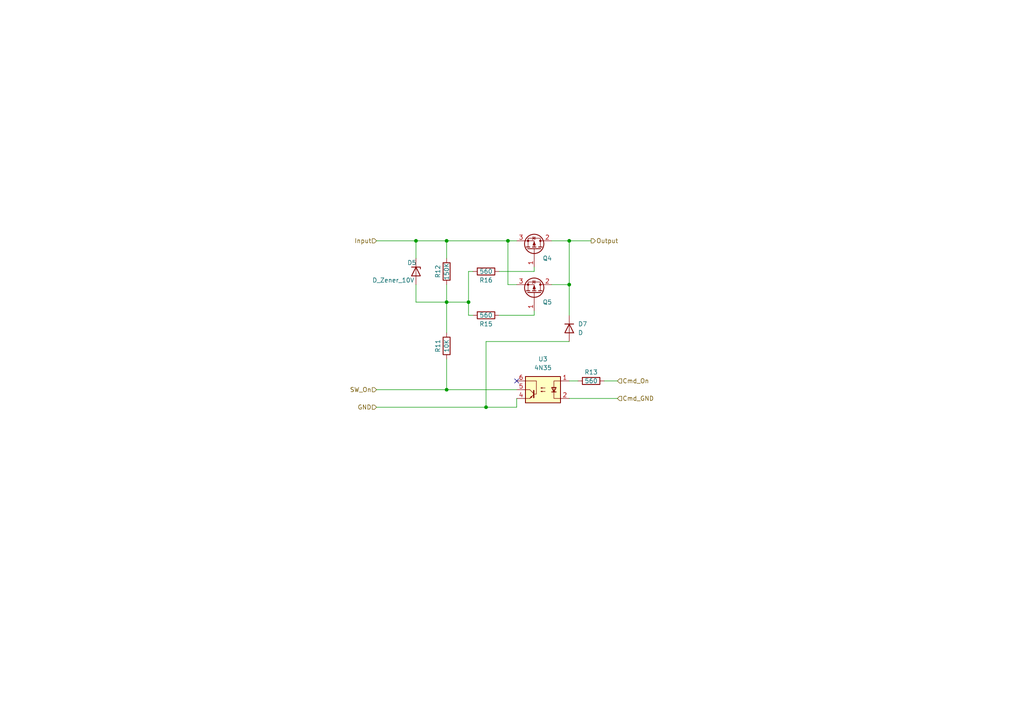
<source format=kicad_sch>
(kicad_sch (version 20211123) (generator eeschema)
  (paper "A4")
  (lib_symbols
    (symbol "Device:D" (pin_numbers hide) (pin_names (offset 1.016) hide)
      (property "Reference" "D" (at 0 2.54 0))
      (property "Value" "D" (at 0 -2.54 0))
      (symbol "D_0_1"
        (polyline (pts (xy -1.27 1.27) (xy -1.27 -1.27)) (stroke (width 0.254)))
        (polyline (pts (xy 1.27 0) (xy -1.27 0)))
        (polyline (pts (xy 1.27 1.27) (xy 1.27 -1.27) (xy -1.27 0) (xy 1.27 1.27)) (stroke (width 0.254)))
      )
      (symbol "D_1_1"
        (pin passive line (at -3.81 0 0) (length 2.54) (name "K") (number "1"))
        (pin passive line (at 3.81 0 180) (length 2.54) (name "A") (number "2"))
      )
    )
    (symbol "Device:D_Zener" (pin_numbers hide) (pin_names (offset 1.016) hide)
      (property "Reference" "D" (at 0 2.54 0))
      (property "Value" "D_Zener" (at 0 -2.54 0))
      (symbol "D_Zener_0_1"
        (polyline (pts (xy 1.27 0) (xy -1.27 0)))
        (polyline (pts (xy -1.27 -1.27) (xy -1.27 1.27) (xy -0.762 1.27)) (stroke (width 0.254)))
        (polyline (pts (xy 1.27 -1.27) (xy 1.27 1.27) (xy -1.27 0) (xy 1.27 -1.27)) (stroke (width 0.254)))
      )
      (symbol "D_Zener_1_1"
        (pin passive line (at -3.81 0 0) (length 2.54) (name "K") (number "1"))
        (pin passive line (at 3.81 0 180) (length 2.54) (name "A") (number "2"))
      )
    )
    (symbol "Device:R" (pin_numbers hide) (pin_names (offset 0))
      (property "Reference" "R" (at 2.032 0 90))
      (property "Value" "R" (at 0 0 90))
      (symbol "R_0_1"
        (rectangle (start -1.016 -2.54) (end 1.016 2.54) (stroke (width 0.254)))
      )
      (symbol "R_1_1"
        (pin passive line (at 0 3.81 270) (length 1.27) (name "~") (number "1"))
        (pin passive line (at 0 -3.81 90) (length 1.27) (name "~") (number "2"))
      )
    )
    (symbol "Isolator:4N35" (pin_names (offset 1.016))
      (property "Reference" "U" (at -5.08 5.08 0))
      (property "Value" "4N35" (at 0 5.08 0))
      (symbol "4N35_0_1"
        (rectangle (start -5.08 3.81) (end 5.08 -3.81) (stroke (width 0.254)) (fill (type background)))
        (polyline (pts (xy -3.81 -0.635) (xy -2.54 -0.635)) (stroke (width 0.254)))
        (polyline (pts (xy 2.667 -1.397) (xy 3.81 -2.54)))
        (polyline (pts (xy 2.667 -1.143) (xy 3.81 0)))
        (polyline (pts (xy 3.81 -2.54) (xy 5.08 -2.54)))
        (polyline (pts (xy 3.81 0) (xy 5.08 0)))
        (polyline (pts (xy 2.667 -0.254) (xy 2.667 -2.286) (xy 2.667 -2.286)) (stroke (width 0.3556)))
        (polyline (pts (xy -5.08 -2.54) (xy -3.175 -2.54) (xy -3.175 2.54) (xy -5.08 2.54)))
        (polyline (pts (xy -3.175 -0.635) (xy -3.81 0.635) (xy -2.54 0.635) (xy -3.175 -0.635)) (stroke (width 0.254)))
        (polyline (pts (xy 3.683 -2.413) (xy 3.429 -1.905) (xy 3.175 -2.159) (xy 3.683 -2.413)))
        (polyline (pts (xy 5.08 2.54) (xy 1.905 2.54) (xy 1.905 -1.27) (xy 2.54 -1.27)))
        (polyline (pts (xy -0.635 -0.508) (xy 0.635 -0.508) (xy 0.254 -0.635) (xy 0.254 -0.381) (xy 0.635 -0.508)))
        (polyline (pts (xy -0.635 0.508) (xy 0.635 0.508) (xy 0.254 0.381) (xy 0.254 0.635) (xy 0.635 0.508)))
      )
      (symbol "4N35_1_1"
        (pin passive line (at -7.62 2.54 0) (length 2.54) (name "~") (number "1"))
        (pin passive line (at -7.62 -2.54 0) (length 2.54) (name "~") (number "2"))
        (pin no_connect line (at -5.08 0 0) (length 2.54) hide (name "NC") (number "3"))
        (pin passive line (at 7.62 -2.54 180) (length 2.54) (name "~") (number "4"))
        (pin passive line (at 7.62 0 180) (length 2.54) (name "~") (number "5"))
        (pin passive line (at 7.62 2.54 180) (length 2.54) (name "~") (number "6"))
      )
    )
    (symbol "Transistor_FET:FQP27P06" (pin_names hide)
      (property "Reference" "Q" (at 5.08 1.905 0))
      (property "Value" "FQP27P06" (at 5.08 0 0))
      (symbol "FQP27P06_0_1"
        (polyline (pts (xy 0.254 0) (xy -2.54 0)))
        (polyline (pts (xy 0.254 1.905) (xy 0.254 -1.905)) (stroke (width 0.254)))
        (polyline (pts (xy 0.762 -1.27) (xy 0.762 -2.286)) (stroke (width 0.254)))
        (polyline (pts (xy 0.762 0.508) (xy 0.762 -0.508)) (stroke (width 0.254)))
        (polyline (pts (xy 0.762 2.286) (xy 0.762 1.27)) (stroke (width 0.254)))
        (polyline (pts (xy 2.54 2.54) (xy 2.54 1.778)))
        (polyline (pts (xy 2.54 -2.54) (xy 2.54 0) (xy 0.762 0)))
        (polyline (pts (xy 0.762 1.778) (xy 3.302 1.778) (xy 3.302 -1.778) (xy 0.762 -1.778)))
        (polyline (pts (xy 2.286 0) (xy 1.27 0.381) (xy 1.27 -0.381) (xy 2.286 0)) (fill (type outline)))
        (polyline (pts (xy 2.794 -0.508) (xy 2.921 -0.381) (xy 3.683 -0.381) (xy 3.81 -0.254)))
        (polyline (pts (xy 3.302 -0.381) (xy 2.921 0.254) (xy 3.683 0.254) (xy 3.302 -0.381)))
        (circle (center 1.651 0) (radius 2.794) (stroke (width 0.254)))
        (circle (center 2.54 -1.778) (radius 0.254) (fill (type outline)))
        (circle (center 2.54 1.778) (radius 0.254) (fill (type outline)))
      )
      (symbol "FQP27P06_1_1"
        (pin input line (at -5.08 0 0) (length 2.54) (name "G") (number "1"))
        (pin passive line (at 2.54 5.08 270) (length 2.54) (name "D") (number "2"))
        (pin passive line (at 2.54 -5.08 90) (length 2.54) (name "S") (number "3"))
      )
    )
  )
  (junction (at 129.54 113.03))
  (junction (at 129.54 87.63))
  (junction (at 120.65 69.85))
  (junction (at 165.1 69.85))
  (junction (at 147.32 69.85))
  (junction (at 140.97 118.11))
  (junction (at 135.89 87.63))
  (junction (at 129.54 69.85))
  (junction (at 165.1 82.55))
  (no_connect (at 149.86 110.49))
  (wire (pts (xy 165.1 115.57) (xy 179.07 115.57)))
  (wire (pts (xy 175.26 110.49) (xy 179.07 110.49)))
  (wire (pts (xy 165.1 82.55) (xy 165.1 91.44)))
  (wire (pts (xy 165.1 69.85) (xy 171.45 69.85)))
  (wire (pts (xy 129.54 69.85) (xy 147.32 69.85)))
  (wire (pts (xy 165.1 99.06) (xy 140.97 99.06)))
  (wire (pts (xy 137.16 91.44) (xy 135.89 91.44)))
  (wire (pts (xy 120.65 74.93) (xy 120.65 69.85)))
  (wire (pts (xy 147.32 69.85) (xy 147.32 82.55)))
  (wire (pts (xy 135.89 78.74) (xy 135.89 87.63)))
  (wire (pts (xy 129.54 113.03) (xy 149.86 113.03)))
  (wire (pts (xy 129.54 87.63) (xy 135.89 87.63)))
  (wire (pts (xy 160.02 69.85) (xy 165.1 69.85)))
  (wire (pts (xy 109.22 113.03) (xy 129.54 113.03)))
  (wire (pts (xy 144.78 78.74) (xy 154.94 78.74)))
  (wire (pts (xy 120.65 87.63) (xy 129.54 87.63)))
  (wire (pts (xy 140.97 99.06) (xy 140.97 118.11)))
  (wire (pts (xy 147.32 69.85) (xy 149.86 69.85)))
  (wire (pts (xy 149.86 118.11) (xy 140.97 118.11)))
  (wire (pts (xy 149.86 115.57) (xy 149.86 118.11)))
  (wire (pts (xy 120.65 69.85) (xy 129.54 69.85)))
  (wire (pts (xy 129.54 82.55) (xy 129.54 87.63)))
  (wire (pts (xy 120.65 87.63) (xy 120.65 82.55)))
  (wire (pts (xy 135.89 91.44) (xy 135.89 87.63)))
  (wire (pts (xy 140.97 118.11) (xy 109.22 118.11)))
  (wire (pts (xy 129.54 69.85) (xy 129.54 74.93)))
  (wire (pts (xy 160.02 82.55) (xy 165.1 82.55)))
  (wire (pts (xy 154.94 78.74) (xy 154.94 77.47)))
  (wire (pts (xy 154.94 91.44) (xy 154.94 90.17)))
  (wire (pts (xy 147.32 82.55) (xy 149.86 82.55)))
  (wire (pts (xy 144.78 91.44) (xy 154.94 91.44)))
  (wire (pts (xy 129.54 87.63) (xy 129.54 96.52)))
  (wire (pts (xy 109.22 69.85) (xy 120.65 69.85)))
  (wire (pts (xy 137.16 78.74) (xy 135.89 78.74)))
  (wire (pts (xy 129.54 104.14) (xy 129.54 113.03)))
  (wire (pts (xy 165.1 110.49) (xy 167.64 110.49)))
  (wire (pts (xy 165.1 69.85) (xy 165.1 82.55)))
  (hierarchical_label "GND" (shape input) (at 109.22 118.11 180))
  (hierarchical_label "Output" (shape output) (at 171.45 69.85 0))
  (hierarchical_label "SW_On" (shape input) (at 109.22 113.03 180))
  (hierarchical_label "Input" (shape input) (at 109.22 69.85 180))
  (hierarchical_label "Cmd_GND" (shape input) (at 179.07 115.57 0))
  (hierarchical_label "Cmd_On" (shape input) (at 179.07 110.49 0))
  (symbol (lib_id "Device:R") (at 171.45 110.49 90) (unit 1)
    (property "Reference" "R13" (at 171.45 107.95 90))
    (property "Value" "560" (at 171.45 110.49 90))
    (property "Footprint" "Resistor_THT:R_Axial_DIN0207_L6.3mm_D2.5mm_P10.16mm_Horizontal" (effects hide))
  )
  (symbol (lib_id "Transistor_FET:FQP27P06") (at 154.94 85.09 270) (mirror x) (unit 1)
    (property "Reference" "Q5" (at 158.75 87.63 90))
    (property "Value" "IRF4905PBF" (effects hide))
    (property "Footprint" "circuit:TO-220-3_Vertical" (effects hide))
    (property "Datasheet" "https://www.onsemi.com/pub/Collateral/FQP27P06-D.PDF" (effects hide))
  )
  (symbol (lib_id "Device:D") (at 165.1 95.25 270) (unit 1)
    (property "Reference" "D7" (at 167.64 93.9799 90) (effects (justify left)))
    (property "Value" "D" (at 167.64 96.5199 90) (effects (justify left)))
    (property "Footprint" "Diode_THT:D_DO-35_SOD27_P7.62mm_Horizontal" (effects hide))
  )
  (symbol (lib_id "Device:D_Zener") (at 120.65 78.74 270) (unit 1)
    (property "Reference" "D5" (at 118.11 76.2 90) (effects (justify left)))
    (property "Value" "D_Zener_10V" (at 107.95 81.28 90) (effects (justify left)))
    (property "Footprint" "Diode_THT:D_DO-35_SOD27_P7.62mm_Horizontal" (effects hide))
  )
  (symbol (lib_id "Device:R") (at 129.54 100.33 0) (mirror y) (unit 1)
    (property "Reference" "R11" (at 127 100.33 90))
    (property "Value" "10K" (at 129.54 100.33 90))
    (property "Footprint" "Resistor_THT:R_Axial_DIN0207_L6.3mm_D2.5mm_P10.16mm_Horizontal" (effects hide))
  )
  (symbol (lib_id "Isolator:4N35") (at 157.48 113.03 0) (mirror y) (unit 1)
    (property "Reference" "U3" (at 157.48 104.14 0))
    (property "Value" "4N35" (at 157.48 106.68 0))
    (property "Footprint" "Package_DIP:DIP-6_W7.62mm" (effects hide))
    (property "Datasheet" "https://www.vishay.com/docs/81181/4n35.pdf" (effects hide))
  )
  (symbol (lib_id "Device:R") (at 129.54 78.74 0) (mirror y) (unit 1)
    (property "Reference" "R12" (at 127 78.74 90))
    (property "Value" "150K" (at 129.54 78.74 90))
    (property "Footprint" "Resistor_THT:R_Axial_DIN0207_L6.3mm_D2.5mm_P10.16mm_Horizontal" (effects hide))
  )
  (symbol (lib_id "Transistor_FET:FQP27P06") (at 154.94 72.39 270) (mirror x) (unit 1)
    (property "Reference" "Q4" (at 158.75 74.93 90))
    (property "Value" "IRF4905PBF" (effects hide))
    (property "Footprint" "circuit:TO-220-3_Vertical" (effects hide))
    (property "Datasheet" "https://www.onsemi.com/pub/Collateral/FQP27P06-D.PDF" (effects hide))
  )
  (symbol (lib_id "Device:R") (at 140.97 91.44 90) (mirror x) (unit 1)
    (property "Reference" "R15" (at 140.97 93.98 90))
    (property "Value" "560" (at 140.97 91.44 90))
    (property "Footprint" "Resistor_THT:R_Axial_DIN0207_L6.3mm_D2.5mm_P10.16mm_Horizontal" (effects hide))
  )
  (symbol (lib_id "Device:R") (at 140.97 78.74 90) (mirror x) (unit 1)
    (property "Reference" "R16" (at 140.97 81.28 90))
    (property "Value" "560" (at 140.97 78.74 90))
    (property "Footprint" "Resistor_THT:R_Axial_DIN0207_L6.3mm_D2.5mm_P10.16mm_Horizontal" (effects hide))
  )
)
</source>
